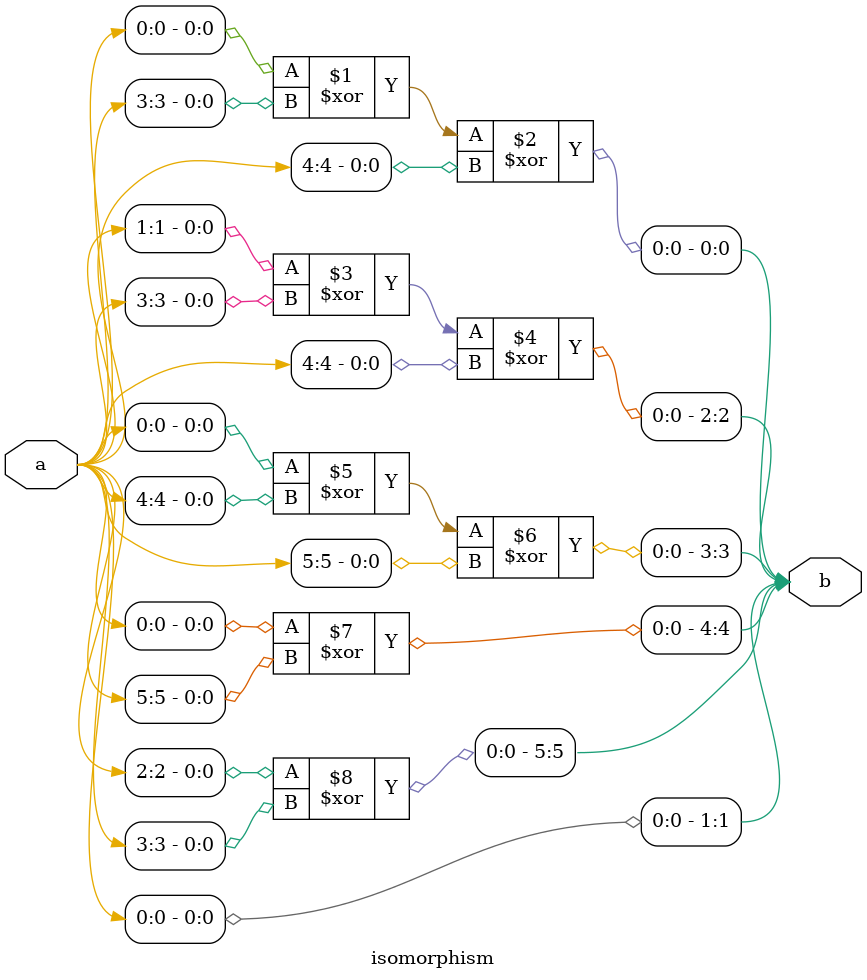
<source format=v>
`timescale 1ns/100ps
module SMS23_34_pn_8_2(x,y);
	 input [5:0] x;
	 output [5:0] y;
	 wire [5:0] w;
	 wire [5:0] p;
	 isomorphism C2 (x,w);
	 power_34 C3 (w,p);
	 inv_isomorphism C4 (p,y);
endmodule

module square_base(a,b);
	 input [1:0] a;
	 output [1:0] b;
	 assign b[0]=a[1];
	 assign b[1]=a[0];
endmodule

module add_base(a,b,c);
	 input [1:0] a;
	 input [1:0] b;
	 output [1:0] c;
	 assign c[0]=a[0]^b[0];
	 assign c[1]=a[1]^b[1];
endmodule

module constant_multiplication_base_0(a,b);
	 input [1:0] a;
	 output [1:0] b;
	 assign b[0]=0;
	 assign b[1]=0;
endmodule

module constant_multiplication_base_1(a,b);
	 input [1:0] a;
	 output [1:0] b;
	 assign b[0]=a[0];
	 assign b[1]=a[1];
endmodule

module constant_multiplication_base_2(a,b);
	 input [1:0] a;
	 output [1:0] b;
	 assign b[0]=a[1];
	 assign b[1]=a[0]^a[1];
endmodule

module constant_multiplication_base_3(a,b);
	 input [1:0] a;
	 output [1:0] b;
	 assign b[0]=a[0]^a[1];
	 assign b[1]=a[0];
endmodule

module multiplication_base(a,b,c);
	 input [1:0] a;
	 input [1:0] b;
	 output [1:0] c;
	 wire t;
	 assign t=(a[0]&b[1])^(a[1]&b[0]);
	 assign c[0]=(a[1]&b[1])^t;
	 assign c[1]=(a[0]&b[0])^t;
endmodule
module power_34(a,b);
	 input [5:0] a;
	 output [5:0] b;
	 wire [1:0] x_0;
	 wire [1:0] x_1;
	 wire [1:0] x_2;
	 wire [1:0] x_3;
	 wire [1:0] x_4;
	 wire [1:0] x_5;
	 wire [1:0] y_0;
	 wire [1:0] y_1;
	 wire [1:0] y_2;
	 wire [1:0] z_00;
	 wire [1:0] z_01;
	 wire [1:0] z_02;
	 wire [1:0] z_03;
	 wire [1:0] z_04;
	 wire [1:0] z_10;
	 wire [1:0] z_11;
	 wire [1:0] z_12;
	 wire [1:0] z_13;
	 wire [1:0] z_14;
	 wire [1:0] z_20;
	 wire [1:0] z_21;
	 wire [1:0] z_22;
	 wire [1:0] z_23;
	 wire [1:0] z_24;
	 wire [1:0] w_00;
	 wire [1:0] w_01;
	 wire [1:0] w_02;
	 wire [1:0] w_03;
	 wire [1:0] w_04;
	 wire [1:0] w_05;
	 wire [1:0] w_10;
	 wire [1:0] w_11;
	 wire [1:0] w_12;
	 wire [1:0] w_13;
	 wire [1:0] w_14;
	 wire [1:0] w_15;
	 wire [1:0] w_20;
	 wire [1:0] w_21;
	 wire [1:0] w_22;
	 wire [1:0] w_23;
	 wire [1:0] w_24;
	 wire [1:0] w_25;
	 assign x_0[0]=a[0];
	 assign x_0[1]=a[1];
	 assign x_1[0]=a[2];
	 assign x_1[1]=a[3];
	 assign x_2[0]=a[4];
	 assign x_2[1]=a[5];
	 square_base  A1 (x_0,y_0);
	 square_base A2 (x_1,y_1);
	 square_base A3 (x_2,y_2);
	 multiplication_base A4 (y_0,y_1,x_3);
	 multiplication_base A5 (y_0,y_2,x_4);
	 multiplication_base A6 (y_1,y_2,x_5);
	 constant_multiplication_base_1 MC00 (x_0,w_00);
	 constant_multiplication_base_3 MC01 (x_1,w_01);
	 constant_multiplication_base_0 MC02 (x_2,w_02);
	 constant_multiplication_base_3 MC03 (x_3,w_03);
	 constant_multiplication_base_1 MC04 (x_4,w_04);
	 constant_multiplication_base_2 MC05 (x_5,w_05);
	 constant_multiplication_base_0 MC10 (x_0,w_10);
	 constant_multiplication_base_2 MC11 (x_1,w_11);
	 constant_multiplication_base_1 MC12 (x_2,w_12);
	 constant_multiplication_base_0 MC13 (x_3,w_13);
	 constant_multiplication_base_2 MC14 (x_4,w_14);
	 constant_multiplication_base_3 MC15 (x_5,w_15);
	 constant_multiplication_base_0 MC20 (x_0,w_20);
	 constant_multiplication_base_3 MC21 (x_1,w_21);
	 constant_multiplication_base_3 MC22 (x_2,w_22);
	 constant_multiplication_base_2 MC23 (x_3,w_23);
	 constant_multiplication_base_0 MC24 (x_4,w_24);
	 constant_multiplication_base_1 MC25 (x_5,w_25);
	 add_base B00 (w_00,w_01,z_00);
	 add_base B01 (w_02,w_03,z_01);
	 add_base B02 (w_04,w_05,z_02);
	 add_base B03 (z_00,z_01,z_03);
	 add_base B04 (z_03,z_02,z_04);
	 add_base B10 (w_10,w_11,z_10);
	 add_base B11 (w_12,w_13,z_11);
	 add_base B12 (w_14,w_15,z_12);
	 add_base B13 (z_10,z_11,z_13);
	 add_base B14 (z_13,z_12,z_14);
	 add_base B20 (w_20,w_21,z_20);
	 add_base B21 (w_22,w_23,z_21);
	 add_base B22 (w_24,w_25,z_22);
	 add_base B23 (z_20,z_21,z_23);
	 add_base B24 (z_23,z_22,z_24);
	 assign b[0]=z_04[0];
	 assign b[1]=z_04[1];
	 assign b[2]=z_14[0];
	 assign b[3]=z_14[1];
	 assign b[4]=z_24[0];
	 assign b[5]=z_24[1];
endmodule

module inv_isomorphism(a,b);
	 input [5:0] a;
	 output [5:0] b;
	 assign b[0]=a[0]^a[3]^a[4];
	 assign b[1]=a[1]^a[2]^a[3]^a[4]^a[5];
	 assign b[2]=a[0]^a[2];
	 assign b[3]=a[0]^a[1]^a[3];
	 assign b[4]=a[0]^a[1]^a[2]^a[3]^a[4]^a[5];
	 assign b[5]=a[1]^a[4]^a[5];
endmodule

module isomorphism(a,b);
	 input [5:0] a;
	 output [5:0] b;
	 assign b[0]=a[0]^a[3]^a[4];
	 assign b[1]=a[0];
	 assign b[2]=a[1]^a[3]^a[4];
	 assign b[3]=a[0]^a[4]^a[5];
	 assign b[4]=a[0]^a[5];
	 assign b[5]=a[2]^a[3];
endmodule


</source>
